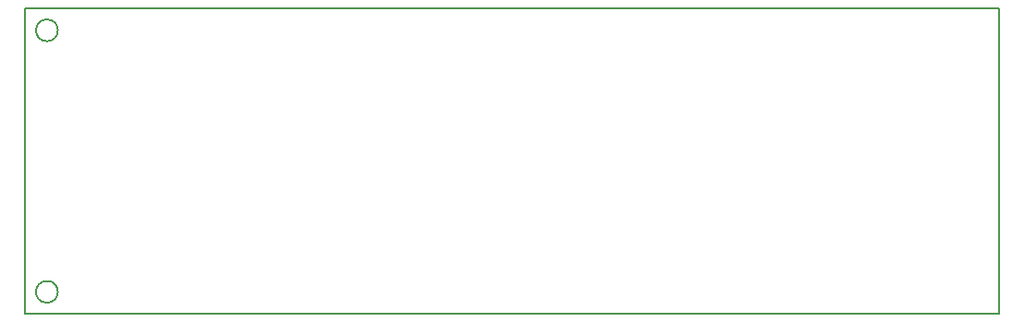
<source format=gbr>
G04 DesignSpark PCB Gerber Version 10.0 Build 5299*
G04 #@! TF.Part,Single*
G04 #@! TF.FileFunction,Other,v2021rev4 - Documentation*
G04 #@! TF.FilePolarity,Positive*
%FSLAX35Y35*%
%MOIN*%
%ADD25C,0.00500*%
G04 #@! TD.AperFunction*
X0Y0D02*
D02*
D25*
X250Y250D02*
X351431D01*
Y110486D01*
X250D01*
Y250D01*
X8124Y4187D02*
G75*
G03*
Y12061I0J3937D01*
G01*
G75*
G03*
Y4187I0J-3937D01*
G01*
Y98675D02*
G75*
G03*
Y106549I0J3937D01*
G01*
G75*
G03*
Y98675I0J-3937D01*
G01*
X0Y0D02*
M02*

</source>
